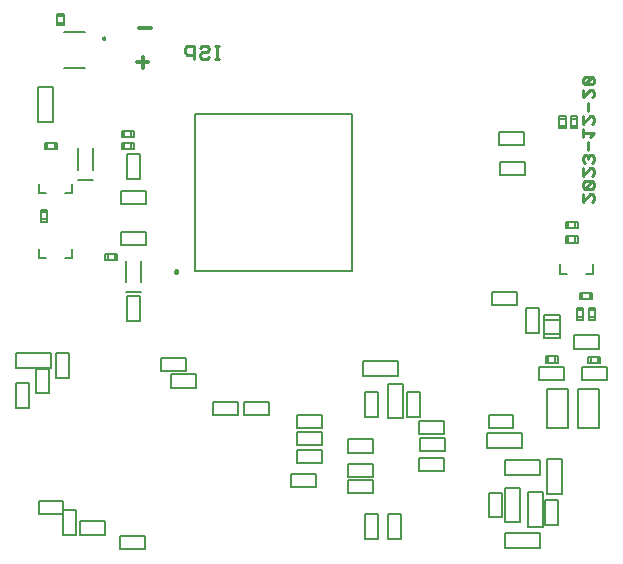
<source format=gbo>
G75*
G70*
%OFA0B0*%
%FSLAX24Y24*%
%IPPOS*%
%LPD*%
%AMOC8*
5,1,8,0,0,1.08239X$1,22.5*
%
%ADD10C,0.0140*%
%ADD11C,0.0090*%
%ADD12C,0.0110*%
%ADD13C,0.0080*%
%ADD14C,0.0079*%
%ADD15C,0.0098*%
%ADD16C,0.0050*%
D10*
X005686Y017692D02*
X005686Y018066D01*
X005499Y017879D02*
X005873Y017879D01*
X005952Y019021D02*
X005578Y019021D01*
D11*
X020356Y017330D02*
X020356Y017202D01*
X020420Y017139D01*
X020675Y017394D01*
X020420Y017394D01*
X020356Y017330D01*
X020420Y017139D02*
X020675Y017139D01*
X020739Y017202D01*
X020739Y017330D01*
X020675Y017394D01*
X020675Y016959D02*
X020739Y016895D01*
X020739Y016767D01*
X020675Y016704D01*
X020547Y016524D02*
X020547Y016269D01*
X020611Y016089D02*
X020675Y016089D01*
X020739Y016025D01*
X020739Y015897D01*
X020675Y015834D01*
X020611Y016089D02*
X020356Y015834D01*
X020356Y016089D01*
X020356Y015654D02*
X020356Y015399D01*
X020356Y015526D02*
X020739Y015526D01*
X020611Y015399D01*
X020547Y015219D02*
X020547Y014964D01*
X020484Y014784D02*
X020420Y014784D01*
X020356Y014720D01*
X020356Y014592D01*
X020420Y014528D01*
X020547Y014656D02*
X020547Y014720D01*
X020484Y014784D01*
X020547Y014720D02*
X020611Y014784D01*
X020675Y014784D01*
X020739Y014720D01*
X020739Y014592D01*
X020675Y014528D01*
X020675Y014349D02*
X020739Y014285D01*
X020739Y014157D01*
X020675Y014093D01*
X020675Y013914D02*
X020420Y013914D01*
X020356Y013850D01*
X020356Y013722D01*
X020420Y013658D01*
X020675Y013914D01*
X020739Y013850D01*
X020739Y013722D01*
X020675Y013658D01*
X020420Y013658D01*
X020356Y013479D02*
X020356Y013223D01*
X020611Y013479D01*
X020675Y013479D01*
X020739Y013415D01*
X020739Y013287D01*
X020675Y013223D01*
X020356Y014093D02*
X020611Y014349D01*
X020675Y014349D01*
X020356Y014349D02*
X020356Y014093D01*
X020356Y016704D02*
X020611Y016959D01*
X020675Y016959D01*
X020356Y016959D02*
X020356Y016704D01*
D12*
X008248Y017977D02*
X008098Y017977D01*
X008173Y017977D02*
X008173Y018428D01*
X008248Y018428D02*
X008098Y018428D01*
X007904Y018353D02*
X007904Y018278D01*
X007829Y018203D01*
X007679Y018203D01*
X007604Y018127D01*
X007604Y018052D01*
X007679Y017977D01*
X007829Y017977D01*
X007904Y018052D01*
X007904Y018353D02*
X007829Y018428D01*
X007679Y018428D01*
X007604Y018353D01*
X007389Y018428D02*
X007164Y018428D01*
X007089Y018353D01*
X007089Y018203D01*
X007164Y018127D01*
X007389Y018127D01*
X007389Y017977D02*
X007389Y018428D01*
D13*
X003050Y002822D02*
X002218Y002822D01*
X002218Y003259D01*
X003050Y003259D01*
X003050Y002822D01*
X003045Y002945D02*
X003045Y002112D01*
X003483Y002112D01*
X003483Y002945D01*
X003045Y002945D01*
X003596Y002570D02*
X003596Y002133D01*
X004428Y002133D01*
X004428Y002570D01*
X003596Y002570D01*
X004934Y002078D02*
X004934Y001641D01*
X005767Y001641D01*
X005767Y002078D01*
X004934Y002078D01*
X008044Y006129D02*
X008877Y006129D01*
X008877Y006566D01*
X008044Y006566D01*
X008044Y006129D01*
X009068Y006129D02*
X009901Y006129D01*
X009901Y006566D01*
X009068Y006566D01*
X009068Y006129D01*
X007460Y007034D02*
X007460Y007472D01*
X006627Y007472D01*
X006627Y007034D01*
X007460Y007034D01*
X007145Y007585D02*
X007145Y008023D01*
X006312Y008023D01*
X006312Y007585D01*
X007145Y007585D01*
X005609Y009238D02*
X005171Y009238D01*
X005171Y010071D01*
X005609Y010071D01*
X005609Y009238D01*
X005636Y010218D02*
X005144Y010218D01*
X005144Y010560D02*
X005144Y011269D01*
X005636Y011269D02*
X005636Y010560D01*
X005806Y011798D02*
X004974Y011798D01*
X004974Y012236D01*
X005806Y012236D01*
X005806Y011798D01*
X005806Y013137D02*
X004974Y013137D01*
X004974Y013574D01*
X005806Y013574D01*
X005806Y013137D01*
X005609Y014002D02*
X005171Y014002D01*
X005171Y014835D01*
X005609Y014835D01*
X005609Y014002D01*
X004022Y013958D02*
X003530Y013958D01*
X003343Y013828D02*
X003343Y013513D01*
X003106Y013513D01*
X002476Y013513D02*
X002240Y013513D01*
X002240Y013828D01*
X003530Y014300D02*
X003530Y015009D01*
X004022Y015009D02*
X004022Y014300D01*
X002687Y015891D02*
X002687Y017041D01*
X002187Y017041D01*
X002187Y015891D01*
X002687Y015891D01*
X002240Y011662D02*
X002240Y011348D01*
X002476Y011348D01*
X003106Y011348D02*
X003343Y011348D01*
X003343Y011662D01*
X003246Y008181D02*
X002809Y008181D01*
X002809Y007349D01*
X003246Y007349D01*
X003246Y008181D01*
X002618Y008172D02*
X002618Y007672D01*
X001468Y007672D01*
X001468Y008172D01*
X002618Y008172D01*
X002577Y007669D02*
X002140Y007669D01*
X002140Y006837D01*
X002577Y006837D01*
X002577Y007669D01*
X001908Y007197D02*
X001470Y007197D01*
X001470Y006364D01*
X001908Y006364D01*
X001908Y007197D01*
X010643Y004165D02*
X010643Y003727D01*
X011475Y003727D01*
X011475Y004165D01*
X010643Y004165D01*
X010840Y004515D02*
X010840Y004952D01*
X011672Y004952D01*
X011672Y004515D01*
X010840Y004515D01*
X010840Y005105D02*
X010840Y005543D01*
X011672Y005543D01*
X011672Y005105D01*
X010840Y005105D01*
X010840Y005696D02*
X011672Y005696D01*
X011672Y006133D01*
X010840Y006133D01*
X010840Y005696D01*
X012533Y005306D02*
X012533Y004869D01*
X013365Y004869D01*
X013365Y005306D01*
X012533Y005306D01*
X012533Y004480D02*
X012533Y004042D01*
X013365Y004042D01*
X013365Y004480D01*
X012533Y004480D01*
X012533Y003968D02*
X012533Y003530D01*
X013365Y003530D01*
X013365Y003968D01*
X012533Y003968D01*
X013084Y002827D02*
X013522Y002827D01*
X013522Y001994D01*
X013084Y001994D01*
X013084Y002827D01*
X013872Y002827D02*
X013872Y001994D01*
X014309Y001994D01*
X014309Y002827D01*
X013872Y002827D01*
X014895Y004239D02*
X014895Y004677D01*
X015727Y004676D01*
X015727Y004239D01*
X014895Y004239D01*
X014934Y004908D02*
X014934Y005346D01*
X015767Y005346D01*
X015767Y004908D01*
X014934Y004908D01*
X014895Y005499D02*
X014895Y005936D01*
X015727Y005936D01*
X015727Y005499D01*
X014895Y005499D01*
X014939Y006049D02*
X014502Y006049D01*
X014502Y006882D01*
X014939Y006882D01*
X014939Y006049D01*
X014380Y006009D02*
X014380Y007159D01*
X013880Y007159D01*
X013880Y006009D01*
X014380Y006009D01*
X013522Y006049D02*
X013522Y006882D01*
X013084Y006882D01*
X013084Y006049D01*
X013522Y006049D01*
X013043Y007436D02*
X014193Y007436D01*
X014193Y007936D01*
X013043Y007936D01*
X013043Y007436D01*
X017218Y006133D02*
X017218Y005696D01*
X018050Y005696D01*
X018050Y006133D01*
X017218Y006133D01*
X017177Y005535D02*
X017177Y005035D01*
X018327Y005035D01*
X018327Y005535D01*
X017177Y005535D01*
X017768Y004629D02*
X017768Y004129D01*
X018918Y004129D01*
X018918Y004629D01*
X017768Y004629D01*
X017778Y003694D02*
X017778Y002544D01*
X018278Y002544D01*
X018278Y003694D01*
X017778Y003694D01*
X017656Y003535D02*
X017218Y003535D01*
X017218Y002703D01*
X017656Y002703D01*
X017656Y003535D01*
X018526Y003537D02*
X019026Y003537D01*
X019026Y002387D01*
X018526Y002387D01*
X018526Y003537D01*
X019108Y003299D02*
X019546Y003299D01*
X019546Y002467D01*
X019108Y002467D01*
X019108Y003299D01*
X019156Y003489D02*
X019656Y003489D01*
X019656Y004639D01*
X019156Y004639D01*
X019156Y003489D01*
X018918Y002188D02*
X017768Y002188D01*
X017768Y001688D01*
X018918Y001688D01*
X018918Y002188D01*
X018911Y007270D02*
X018911Y007708D01*
X019743Y007708D01*
X019743Y007270D01*
X018911Y007270D01*
X020052Y008334D02*
X020885Y008333D01*
X020885Y008771D01*
X020052Y008771D01*
X020052Y008334D01*
X020332Y007708D02*
X020332Y007270D01*
X021164Y007270D01*
X021164Y007708D01*
X020332Y007708D01*
X018916Y008845D02*
X018478Y008845D01*
X018478Y009677D01*
X018916Y009677D01*
X018916Y008845D01*
X018168Y009790D02*
X018168Y010228D01*
X017336Y010228D01*
X017336Y009790D01*
X018168Y009790D01*
X019602Y010836D02*
X019602Y011151D01*
X019602Y010836D02*
X019839Y010836D01*
X020469Y010836D02*
X020705Y010836D01*
X020705Y011151D01*
X018444Y014121D02*
X017611Y014121D01*
X017611Y014558D01*
X018444Y014558D01*
X018444Y014121D01*
X018404Y015105D02*
X017572Y015105D01*
X017572Y015543D01*
X018404Y015543D01*
X018404Y015105D01*
D14*
X012658Y016166D02*
X012658Y010930D01*
X007421Y010930D01*
X007421Y016166D01*
X012658Y016166D01*
X004367Y018670D02*
X004369Y018682D01*
X004374Y018693D01*
X004383Y018702D01*
X004394Y018707D01*
X004406Y018709D01*
X004418Y018707D01*
X004429Y018702D01*
X004438Y018693D01*
X004443Y018682D01*
X004445Y018670D01*
X004443Y018658D01*
X004438Y018647D01*
X004429Y018638D01*
X004418Y018633D01*
X004406Y018631D01*
X004394Y018633D01*
X004383Y018638D01*
X004374Y018647D01*
X004369Y018658D01*
X004367Y018670D01*
D15*
X006752Y010891D02*
X006754Y010904D01*
X006759Y010916D01*
X006768Y010927D01*
X006778Y010935D01*
X006791Y010939D01*
X006804Y010940D01*
X006817Y010937D01*
X006829Y010931D01*
X006839Y010922D01*
X006846Y010911D01*
X006850Y010898D01*
X006850Y010884D01*
X006846Y010871D01*
X006839Y010860D01*
X006829Y010851D01*
X006817Y010845D01*
X006804Y010842D01*
X006791Y010843D01*
X006778Y010847D01*
X006768Y010855D01*
X006759Y010866D01*
X006754Y010878D01*
X006752Y010891D01*
D16*
X004839Y011279D02*
X004760Y011279D01*
X004760Y011495D01*
X004839Y011495D01*
X004839Y011279D01*
X004760Y011279D02*
X004524Y011279D01*
X004524Y011495D01*
X004760Y011495D01*
X004524Y011495D02*
X004445Y011495D01*
X004445Y011279D01*
X004524Y011279D01*
X002506Y012568D02*
X002506Y012647D01*
X002289Y012647D01*
X002289Y012568D01*
X002506Y012568D01*
X002506Y012647D02*
X002506Y012883D01*
X002289Y012883D01*
X002289Y012647D01*
X002289Y012883D02*
X002289Y012962D01*
X002506Y012962D01*
X002506Y012883D01*
X002516Y014979D02*
X002437Y014979D01*
X002437Y015196D01*
X002516Y015196D01*
X002516Y014979D01*
X002752Y014979D01*
X002752Y015196D01*
X002831Y015196D01*
X002831Y014979D01*
X002752Y014979D01*
X002752Y015196D02*
X002516Y015196D01*
X004996Y015196D02*
X004996Y014979D01*
X005075Y014979D01*
X005075Y015196D01*
X005311Y015196D01*
X005311Y014979D01*
X005390Y014979D01*
X005390Y015196D01*
X005311Y015196D01*
X005311Y015373D02*
X005075Y015373D01*
X005075Y015590D01*
X004996Y015590D01*
X004996Y015373D01*
X005075Y015373D01*
X005075Y015196D02*
X004996Y015196D01*
X005075Y014979D02*
X005311Y014979D01*
X005311Y015373D02*
X005311Y015590D01*
X005075Y015590D01*
X005311Y015590D02*
X005390Y015590D01*
X005390Y015373D01*
X005311Y015373D01*
X003768Y017671D02*
X003075Y017671D01*
X003075Y018883D02*
X003768Y018883D01*
X003057Y019103D02*
X003057Y019182D01*
X002841Y019182D01*
X002841Y019418D01*
X003057Y019418D01*
X003057Y019497D01*
X002841Y019497D01*
X002841Y019418D01*
X003057Y019418D02*
X003057Y019182D01*
X003057Y019103D02*
X002841Y019103D01*
X002841Y019182D01*
X019061Y009458D02*
X019061Y009300D01*
X019593Y009300D01*
X019593Y008828D01*
X019061Y008828D01*
X019061Y008670D01*
X019593Y008670D01*
X019593Y008828D01*
X019593Y009300D02*
X019593Y009458D01*
X019061Y009458D01*
X019061Y009300D02*
X019061Y008828D01*
X019130Y008070D02*
X019209Y008070D01*
X019209Y007853D01*
X019130Y007853D01*
X019130Y008070D01*
X019209Y008070D02*
X019445Y008070D01*
X019445Y007853D01*
X019209Y007853D01*
X019445Y007853D02*
X019524Y007853D01*
X019524Y008070D01*
X019445Y008070D01*
X020539Y008066D02*
X020539Y007849D01*
X020618Y007849D01*
X020618Y008066D01*
X020539Y008066D01*
X020618Y008066D02*
X020854Y008066D01*
X020854Y007849D01*
X020618Y007849D01*
X020854Y007849D02*
X020933Y007849D01*
X020933Y008066D01*
X020854Y008066D01*
X020897Y006998D02*
X020197Y006998D01*
X020197Y005698D01*
X020897Y005698D01*
X020897Y006998D01*
X019874Y006998D02*
X019874Y005698D01*
X019174Y005698D01*
X019174Y006998D01*
X019874Y006998D01*
X020163Y009300D02*
X020163Y009379D01*
X020380Y009379D01*
X020380Y009615D01*
X020163Y009615D01*
X020163Y009694D01*
X020380Y009694D01*
X020380Y009615D01*
X020557Y009615D02*
X020557Y009379D01*
X020774Y009379D01*
X020774Y009300D01*
X020557Y009300D01*
X020557Y009379D01*
X020380Y009379D02*
X020380Y009300D01*
X020163Y009300D01*
X020163Y009379D02*
X020163Y009615D01*
X020272Y009979D02*
X020350Y009979D01*
X020350Y010196D01*
X020587Y010196D01*
X020587Y009979D01*
X020665Y009979D01*
X020665Y010196D01*
X020587Y010196D01*
X020587Y009979D02*
X020350Y009979D01*
X020272Y009979D02*
X020272Y010196D01*
X020350Y010196D01*
X020557Y009694D02*
X020557Y009615D01*
X020774Y009615D01*
X020774Y009379D01*
X020774Y009615D02*
X020774Y009694D01*
X020557Y009694D01*
X020193Y011869D02*
X020114Y011869D01*
X020114Y012086D01*
X019878Y012086D01*
X019878Y011869D01*
X019799Y011869D01*
X019799Y012086D01*
X019878Y012086D01*
X019878Y011869D02*
X020114Y011869D01*
X020193Y011869D02*
X020193Y012086D01*
X020114Y012086D01*
X020114Y012342D02*
X019878Y012342D01*
X019878Y012558D01*
X020114Y012558D01*
X020114Y012342D01*
X020193Y012342D01*
X020193Y012558D01*
X020114Y012558D01*
X019878Y012558D02*
X019799Y012558D01*
X019799Y012342D01*
X019878Y012342D01*
X019967Y015678D02*
X019967Y015757D01*
X020183Y015757D01*
X020183Y015678D01*
X019967Y015678D01*
X019967Y015757D02*
X019967Y015993D01*
X020183Y015993D01*
X020183Y015757D01*
X020183Y015993D02*
X020183Y016072D01*
X019967Y016072D01*
X019967Y015993D01*
X019789Y015993D02*
X019789Y015757D01*
X019573Y015757D01*
X019573Y015678D01*
X019789Y015678D01*
X019789Y015757D01*
X019573Y015757D02*
X019573Y015993D01*
X019789Y015993D01*
X019789Y016072D01*
X019573Y016072D01*
X019573Y015993D01*
M02*

</source>
